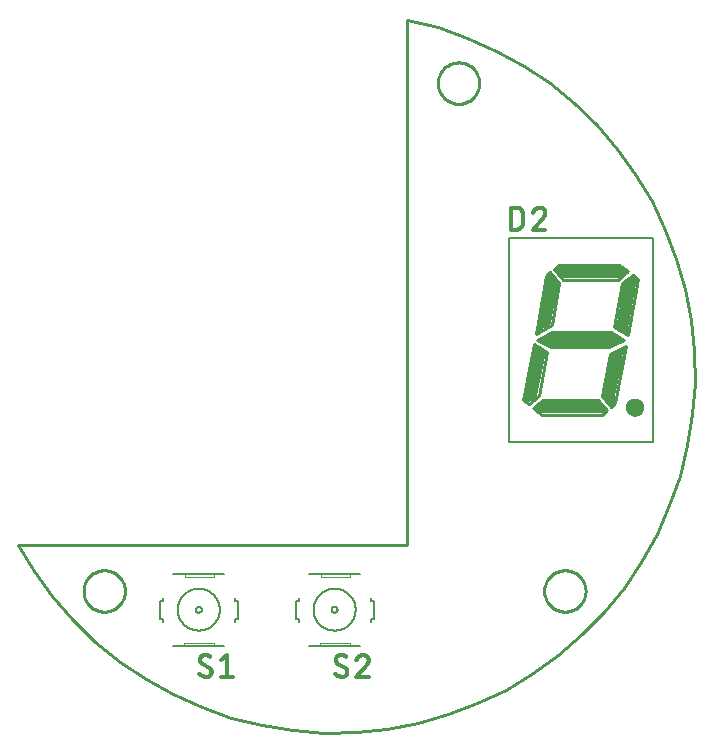
<source format=gbr>
G04 EAGLE Gerber RS-274X export*
G75*
%MOMM*%
%FSLAX34Y34*%
%LPD*%
%INSilkscreen Top*%
%IPPOS*%
%AMOC8*
5,1,8,0,0,1.08239X$1,22.5*%
G01*
%ADD10C,0.152400*%
%ADD11C,0.050800*%
%ADD12C,0.330200*%
%ADD13C,0.254000*%
%ADD14C,1.016000*%
%ADD15C,0.762000*%
%ADD16C,0.508000*%
%ADD17C,0.660400*%
%ADD18C,0.406400*%
%ADD19R,0.635000X0.508000*%
%ADD20R,0.508000X0.508000*%
%ADD21R,0.381000X0.508000*%
%ADD22R,0.381000X0.254000*%
%ADD23R,0.508000X0.254000*%
%ADD24C,0.254000*%


D10*
X176980Y121920D02*
X179520Y121920D01*
X176980Y121920D02*
X176980Y106680D01*
X179520Y106680D01*
X240480Y106680D02*
X243020Y106680D01*
X243020Y121920D01*
X240480Y121920D01*
D11*
X222700Y86360D02*
X222700Y83820D01*
X222700Y86360D02*
X197300Y86360D01*
X197300Y83820D01*
X198570Y142240D02*
X222700Y142240D01*
X198570Y142240D02*
X198570Y144780D01*
X222700Y144780D02*
X222700Y142240D01*
D10*
X222700Y144780D02*
X231590Y144780D01*
X197300Y83820D02*
X188410Y83820D01*
X197300Y83820D02*
X222700Y83820D01*
X231590Y83820D01*
X222700Y144780D02*
X198570Y144780D01*
X188410Y144780D01*
X179520Y124460D02*
X179520Y121920D01*
X179520Y106680D02*
X179520Y104140D01*
X240480Y121920D02*
X240480Y124460D01*
X240480Y106680D02*
X240480Y104140D01*
X192220Y114300D02*
X192225Y114736D01*
X192241Y115172D01*
X192268Y115608D01*
X192306Y116043D01*
X192354Y116476D01*
X192412Y116909D01*
X192482Y117340D01*
X192562Y117769D01*
X192652Y118196D01*
X192753Y118620D01*
X192864Y119042D01*
X192986Y119461D01*
X193117Y119877D01*
X193259Y120290D01*
X193411Y120699D01*
X193573Y121104D01*
X193745Y121505D01*
X193927Y121902D01*
X194118Y122294D01*
X194319Y122681D01*
X194530Y123064D01*
X194750Y123441D01*
X194979Y123812D01*
X195216Y124178D01*
X195463Y124538D01*
X195719Y124892D01*
X195983Y125239D01*
X196256Y125580D01*
X196537Y125913D01*
X196826Y126240D01*
X197123Y126560D01*
X197428Y126872D01*
X197740Y127177D01*
X198060Y127474D01*
X198387Y127763D01*
X198720Y128044D01*
X199061Y128317D01*
X199408Y128581D01*
X199762Y128837D01*
X200122Y129084D01*
X200488Y129321D01*
X200859Y129550D01*
X201236Y129770D01*
X201619Y129981D01*
X202006Y130182D01*
X202398Y130373D01*
X202795Y130555D01*
X203196Y130727D01*
X203601Y130889D01*
X204010Y131041D01*
X204423Y131183D01*
X204839Y131314D01*
X205258Y131436D01*
X205680Y131547D01*
X206104Y131648D01*
X206531Y131738D01*
X206960Y131818D01*
X207391Y131888D01*
X207824Y131946D01*
X208257Y131994D01*
X208692Y132032D01*
X209128Y132059D01*
X209564Y132075D01*
X210000Y132080D01*
X210436Y132075D01*
X210872Y132059D01*
X211308Y132032D01*
X211743Y131994D01*
X212176Y131946D01*
X212609Y131888D01*
X213040Y131818D01*
X213469Y131738D01*
X213896Y131648D01*
X214320Y131547D01*
X214742Y131436D01*
X215161Y131314D01*
X215577Y131183D01*
X215990Y131041D01*
X216399Y130889D01*
X216804Y130727D01*
X217205Y130555D01*
X217602Y130373D01*
X217994Y130182D01*
X218381Y129981D01*
X218764Y129770D01*
X219141Y129550D01*
X219512Y129321D01*
X219878Y129084D01*
X220238Y128837D01*
X220592Y128581D01*
X220939Y128317D01*
X221280Y128044D01*
X221613Y127763D01*
X221940Y127474D01*
X222260Y127177D01*
X222572Y126872D01*
X222877Y126560D01*
X223174Y126240D01*
X223463Y125913D01*
X223744Y125580D01*
X224017Y125239D01*
X224281Y124892D01*
X224537Y124538D01*
X224784Y124178D01*
X225021Y123812D01*
X225250Y123441D01*
X225470Y123064D01*
X225681Y122681D01*
X225882Y122294D01*
X226073Y121902D01*
X226255Y121505D01*
X226427Y121104D01*
X226589Y120699D01*
X226741Y120290D01*
X226883Y119877D01*
X227014Y119461D01*
X227136Y119042D01*
X227247Y118620D01*
X227348Y118196D01*
X227438Y117769D01*
X227518Y117340D01*
X227588Y116909D01*
X227646Y116476D01*
X227694Y116043D01*
X227732Y115608D01*
X227759Y115172D01*
X227775Y114736D01*
X227780Y114300D01*
X227775Y113864D01*
X227759Y113428D01*
X227732Y112992D01*
X227694Y112557D01*
X227646Y112124D01*
X227588Y111691D01*
X227518Y111260D01*
X227438Y110831D01*
X227348Y110404D01*
X227247Y109980D01*
X227136Y109558D01*
X227014Y109139D01*
X226883Y108723D01*
X226741Y108310D01*
X226589Y107901D01*
X226427Y107496D01*
X226255Y107095D01*
X226073Y106698D01*
X225882Y106306D01*
X225681Y105919D01*
X225470Y105536D01*
X225250Y105159D01*
X225021Y104788D01*
X224784Y104422D01*
X224537Y104062D01*
X224281Y103708D01*
X224017Y103361D01*
X223744Y103020D01*
X223463Y102687D01*
X223174Y102360D01*
X222877Y102040D01*
X222572Y101728D01*
X222260Y101423D01*
X221940Y101126D01*
X221613Y100837D01*
X221280Y100556D01*
X220939Y100283D01*
X220592Y100019D01*
X220238Y99763D01*
X219878Y99516D01*
X219512Y99279D01*
X219141Y99050D01*
X218764Y98830D01*
X218381Y98619D01*
X217994Y98418D01*
X217602Y98227D01*
X217205Y98045D01*
X216804Y97873D01*
X216399Y97711D01*
X215990Y97559D01*
X215577Y97417D01*
X215161Y97286D01*
X214742Y97164D01*
X214320Y97053D01*
X213896Y96952D01*
X213469Y96862D01*
X213040Y96782D01*
X212609Y96712D01*
X212176Y96654D01*
X211743Y96606D01*
X211308Y96568D01*
X210872Y96541D01*
X210436Y96525D01*
X210000Y96520D01*
X209564Y96525D01*
X209128Y96541D01*
X208692Y96568D01*
X208257Y96606D01*
X207824Y96654D01*
X207391Y96712D01*
X206960Y96782D01*
X206531Y96862D01*
X206104Y96952D01*
X205680Y97053D01*
X205258Y97164D01*
X204839Y97286D01*
X204423Y97417D01*
X204010Y97559D01*
X203601Y97711D01*
X203196Y97873D01*
X202795Y98045D01*
X202398Y98227D01*
X202006Y98418D01*
X201619Y98619D01*
X201236Y98830D01*
X200859Y99050D01*
X200488Y99279D01*
X200122Y99516D01*
X199762Y99763D01*
X199408Y100019D01*
X199061Y100283D01*
X198720Y100556D01*
X198387Y100837D01*
X198060Y101126D01*
X197740Y101423D01*
X197428Y101728D01*
X197123Y102040D01*
X196826Y102360D01*
X196537Y102687D01*
X196256Y103020D01*
X195983Y103361D01*
X195719Y103708D01*
X195463Y104062D01*
X195216Y104422D01*
X194979Y104788D01*
X194750Y105159D01*
X194530Y105536D01*
X194319Y105919D01*
X194118Y106306D01*
X193927Y106698D01*
X193745Y107095D01*
X193573Y107496D01*
X193411Y107901D01*
X193259Y108310D01*
X193117Y108723D01*
X192986Y109139D01*
X192864Y109558D01*
X192753Y109980D01*
X192652Y110404D01*
X192562Y110831D01*
X192482Y111260D01*
X192412Y111691D01*
X192354Y112124D01*
X192306Y112557D01*
X192268Y112992D01*
X192241Y113428D01*
X192225Y113864D01*
X192220Y114300D01*
X207460Y114300D02*
X207462Y114400D01*
X207468Y114501D01*
X207478Y114600D01*
X207492Y114700D01*
X207509Y114799D01*
X207531Y114897D01*
X207557Y114994D01*
X207586Y115090D01*
X207619Y115184D01*
X207656Y115278D01*
X207696Y115370D01*
X207740Y115460D01*
X207788Y115548D01*
X207839Y115635D01*
X207893Y115719D01*
X207951Y115801D01*
X208012Y115881D01*
X208076Y115958D01*
X208143Y116033D01*
X208213Y116105D01*
X208286Y116174D01*
X208361Y116240D01*
X208439Y116304D01*
X208519Y116364D01*
X208602Y116421D01*
X208687Y116474D01*
X208774Y116524D01*
X208863Y116571D01*
X208953Y116614D01*
X209045Y116654D01*
X209139Y116690D01*
X209234Y116722D01*
X209330Y116750D01*
X209428Y116775D01*
X209526Y116795D01*
X209625Y116812D01*
X209725Y116825D01*
X209824Y116834D01*
X209925Y116839D01*
X210025Y116840D01*
X210125Y116837D01*
X210226Y116830D01*
X210325Y116819D01*
X210425Y116804D01*
X210523Y116786D01*
X210621Y116763D01*
X210718Y116736D01*
X210813Y116706D01*
X210908Y116672D01*
X211001Y116634D01*
X211092Y116593D01*
X211182Y116548D01*
X211270Y116500D01*
X211356Y116448D01*
X211440Y116393D01*
X211521Y116334D01*
X211600Y116272D01*
X211677Y116208D01*
X211751Y116140D01*
X211822Y116069D01*
X211891Y115996D01*
X211956Y115920D01*
X212019Y115841D01*
X212078Y115760D01*
X212134Y115677D01*
X212187Y115592D01*
X212236Y115504D01*
X212282Y115415D01*
X212324Y115324D01*
X212363Y115231D01*
X212398Y115137D01*
X212429Y115042D01*
X212457Y114945D01*
X212480Y114848D01*
X212500Y114749D01*
X212516Y114650D01*
X212528Y114551D01*
X212536Y114450D01*
X212540Y114350D01*
X212540Y114250D01*
X212536Y114150D01*
X212528Y114049D01*
X212516Y113950D01*
X212500Y113851D01*
X212480Y113752D01*
X212457Y113655D01*
X212429Y113558D01*
X212398Y113463D01*
X212363Y113369D01*
X212324Y113276D01*
X212282Y113185D01*
X212236Y113096D01*
X212187Y113008D01*
X212134Y112923D01*
X212078Y112840D01*
X212019Y112759D01*
X211956Y112680D01*
X211891Y112604D01*
X211822Y112531D01*
X211751Y112460D01*
X211677Y112392D01*
X211600Y112328D01*
X211521Y112266D01*
X211440Y112207D01*
X211356Y112152D01*
X211270Y112100D01*
X211182Y112052D01*
X211092Y112007D01*
X211001Y111966D01*
X210908Y111928D01*
X210813Y111894D01*
X210718Y111864D01*
X210621Y111837D01*
X210523Y111814D01*
X210425Y111796D01*
X210325Y111781D01*
X210226Y111770D01*
X210125Y111763D01*
X210025Y111760D01*
X209925Y111761D01*
X209824Y111766D01*
X209725Y111775D01*
X209625Y111788D01*
X209526Y111805D01*
X209428Y111825D01*
X209330Y111850D01*
X209234Y111878D01*
X209139Y111910D01*
X209045Y111946D01*
X208953Y111986D01*
X208863Y112029D01*
X208774Y112076D01*
X208687Y112126D01*
X208602Y112179D01*
X208519Y112236D01*
X208439Y112296D01*
X208361Y112360D01*
X208286Y112426D01*
X208213Y112495D01*
X208143Y112567D01*
X208076Y112642D01*
X208012Y112719D01*
X207951Y112799D01*
X207893Y112881D01*
X207839Y112965D01*
X207788Y113052D01*
X207740Y113140D01*
X207696Y113230D01*
X207656Y113322D01*
X207619Y113416D01*
X207586Y113510D01*
X207557Y113606D01*
X207531Y113703D01*
X207509Y113801D01*
X207492Y113900D01*
X207478Y114000D01*
X207468Y114099D01*
X207462Y114200D01*
X207460Y114300D01*
D12*
X220908Y61397D02*
X220906Y61270D01*
X220900Y61143D01*
X220890Y61017D01*
X220877Y60891D01*
X220859Y60765D01*
X220838Y60640D01*
X220813Y60516D01*
X220784Y60392D01*
X220751Y60270D01*
X220714Y60148D01*
X220674Y60028D01*
X220630Y59909D01*
X220582Y59791D01*
X220531Y59675D01*
X220476Y59561D01*
X220418Y59448D01*
X220356Y59337D01*
X220291Y59228D01*
X220222Y59121D01*
X220151Y59017D01*
X220076Y58914D01*
X219998Y58814D01*
X219917Y58716D01*
X219833Y58621D01*
X219746Y58529D01*
X219656Y58439D01*
X219564Y58352D01*
X219469Y58268D01*
X219371Y58187D01*
X219271Y58109D01*
X219168Y58034D01*
X219064Y57963D01*
X218957Y57894D01*
X218848Y57829D01*
X218737Y57767D01*
X218624Y57709D01*
X218510Y57654D01*
X218394Y57603D01*
X218276Y57555D01*
X218157Y57511D01*
X218037Y57471D01*
X217915Y57434D01*
X217793Y57401D01*
X217669Y57372D01*
X217545Y57347D01*
X217420Y57326D01*
X217294Y57308D01*
X217168Y57295D01*
X217042Y57285D01*
X216915Y57279D01*
X216788Y57277D01*
X216580Y57279D01*
X216372Y57287D01*
X216164Y57299D01*
X215956Y57317D01*
X215749Y57339D01*
X215543Y57367D01*
X215337Y57399D01*
X215132Y57436D01*
X214928Y57478D01*
X214725Y57525D01*
X214523Y57577D01*
X214323Y57633D01*
X214124Y57695D01*
X213926Y57761D01*
X213730Y57832D01*
X213536Y57907D01*
X213344Y57987D01*
X213154Y58072D01*
X212966Y58161D01*
X212780Y58255D01*
X212596Y58353D01*
X212415Y58455D01*
X212236Y58562D01*
X212060Y58673D01*
X211886Y58788D01*
X211715Y58908D01*
X211548Y59031D01*
X211383Y59159D01*
X211221Y59290D01*
X211063Y59425D01*
X210907Y59564D01*
X210755Y59706D01*
X210607Y59852D01*
X211123Y71699D02*
X211125Y71826D01*
X211131Y71953D01*
X211141Y72079D01*
X211154Y72205D01*
X211172Y72331D01*
X211193Y72456D01*
X211218Y72580D01*
X211247Y72704D01*
X211280Y72826D01*
X211317Y72948D01*
X211357Y73068D01*
X211401Y73187D01*
X211449Y73305D01*
X211500Y73421D01*
X211555Y73535D01*
X211613Y73648D01*
X211675Y73759D01*
X211740Y73868D01*
X211809Y73975D01*
X211880Y74079D01*
X211955Y74182D01*
X212033Y74282D01*
X212114Y74380D01*
X212198Y74475D01*
X212285Y74567D01*
X212375Y74657D01*
X212467Y74744D01*
X212562Y74828D01*
X212660Y74909D01*
X212760Y74987D01*
X212863Y75062D01*
X212967Y75133D01*
X213074Y75202D01*
X213183Y75267D01*
X213294Y75329D01*
X213407Y75387D01*
X213521Y75442D01*
X213637Y75493D01*
X213755Y75541D01*
X213874Y75585D01*
X213994Y75625D01*
X214116Y75662D01*
X214238Y75695D01*
X214362Y75724D01*
X214486Y75749D01*
X214611Y75770D01*
X214737Y75788D01*
X214863Y75801D01*
X214989Y75811D01*
X215116Y75817D01*
X215243Y75819D01*
X215427Y75817D01*
X215611Y75810D01*
X215795Y75799D01*
X215978Y75784D01*
X216162Y75764D01*
X216344Y75740D01*
X216526Y75712D01*
X216707Y75679D01*
X216888Y75642D01*
X217067Y75601D01*
X217245Y75555D01*
X217423Y75505D01*
X217599Y75451D01*
X217773Y75393D01*
X217947Y75331D01*
X218118Y75264D01*
X218288Y75193D01*
X218457Y75119D01*
X218623Y75040D01*
X218788Y74958D01*
X218950Y74871D01*
X219111Y74781D01*
X219269Y74687D01*
X219425Y74589D01*
X219579Y74488D01*
X219730Y74383D01*
X219879Y74274D01*
X213182Y68093D02*
X213073Y68160D01*
X212966Y68230D01*
X212861Y68303D01*
X212759Y68379D01*
X212659Y68459D01*
X212561Y68541D01*
X212466Y68626D01*
X212373Y68714D01*
X212284Y68805D01*
X212197Y68899D01*
X212113Y68995D01*
X212031Y69094D01*
X211953Y69195D01*
X211879Y69299D01*
X211807Y69405D01*
X211739Y69513D01*
X211673Y69623D01*
X211612Y69735D01*
X211553Y69848D01*
X211499Y69964D01*
X211447Y70081D01*
X211400Y70199D01*
X211356Y70319D01*
X211316Y70441D01*
X211279Y70563D01*
X211246Y70687D01*
X211217Y70811D01*
X211192Y70936D01*
X211171Y71062D01*
X211153Y71189D01*
X211140Y71316D01*
X211130Y71444D01*
X211124Y71571D01*
X211122Y71699D01*
X218849Y65003D02*
X218958Y64936D01*
X219065Y64866D01*
X219170Y64793D01*
X219272Y64717D01*
X219372Y64637D01*
X219470Y64555D01*
X219565Y64470D01*
X219658Y64382D01*
X219747Y64291D01*
X219834Y64197D01*
X219918Y64101D01*
X220000Y64002D01*
X220078Y63901D01*
X220152Y63797D01*
X220224Y63691D01*
X220293Y63583D01*
X220358Y63473D01*
X220419Y63361D01*
X220478Y63248D01*
X220532Y63132D01*
X220584Y63015D01*
X220631Y62897D01*
X220675Y62777D01*
X220715Y62655D01*
X220752Y62533D01*
X220785Y62409D01*
X220814Y62285D01*
X220839Y62160D01*
X220860Y62034D01*
X220878Y61907D01*
X220891Y61780D01*
X220901Y61652D01*
X220907Y61525D01*
X220909Y61397D01*
X218848Y65003D02*
X213183Y68093D01*
X228528Y71699D02*
X233678Y75819D01*
X233678Y57277D01*
X228528Y57277D02*
X238829Y57277D01*
D10*
X594360Y256540D02*
X594360Y429260D01*
X472440Y429260D01*
X472440Y256540D01*
X594360Y256540D01*
D13*
X568706Y390398D02*
X577596Y397510D01*
X582168Y394208D01*
X561848Y353314D02*
X573278Y346964D01*
X582168Y394208D01*
X568706Y390398D02*
X561848Y353314D01*
X558800Y349250D02*
X570230Y342900D01*
X565150Y393700D02*
X573786Y400558D01*
X566166Y406400D01*
X570230Y342900D02*
X557530Y336550D01*
X558038Y330962D02*
X571500Y337820D01*
X562610Y288798D01*
X551434Y295402D02*
X558038Y330962D01*
X548132Y292100D02*
X555752Y282956D01*
X551688Y279400D01*
X559308Y286004D02*
X551434Y295402D01*
X559308Y286004D02*
X562610Y288798D01*
X508000Y336550D02*
X496570Y342900D01*
X501650Y292100D02*
X493014Y285242D01*
X500634Y279400D01*
X551688Y279400D01*
X548132Y292100D02*
X501650Y292100D01*
X508000Y336550D02*
X557530Y336550D01*
X509270Y349250D02*
X496570Y342900D01*
X509270Y349250D02*
X558800Y349250D01*
X518668Y393700D02*
X511048Y402844D01*
X515112Y406400D01*
X566166Y406400D01*
X565150Y393700D02*
X518668Y393700D01*
D14*
X500380Y285750D02*
X547370Y285750D01*
X557530Y295910D02*
X563880Y327660D01*
X560070Y342900D02*
X506730Y342900D01*
D15*
X558800Y290830D02*
X560070Y292100D01*
D14*
X568960Y356870D02*
X575310Y389890D01*
D16*
X577850Y393700D02*
X579120Y392430D01*
D17*
X565150Y355600D02*
X571500Y351790D01*
D14*
X566420Y400050D02*
X519430Y400050D01*
D18*
X516890Y405130D02*
X513080Y401320D01*
D13*
X498094Y295402D02*
X489204Y288290D01*
X484632Y291592D01*
X504952Y332486D02*
X493522Y338836D01*
X484632Y291592D01*
X498094Y295402D02*
X504952Y332486D01*
X495300Y347980D02*
X508762Y354838D01*
X495300Y347980D02*
X504190Y397002D01*
X515366Y390398D02*
X508762Y354838D01*
X515366Y390398D02*
X507492Y399796D01*
X504190Y397002D01*
D14*
X509270Y389890D02*
X502920Y358140D01*
D15*
X506730Y393700D02*
X508000Y394970D01*
D14*
X497840Y328930D02*
X491490Y295910D01*
D16*
X488950Y292100D02*
X487680Y293370D01*
D17*
X501650Y330200D02*
X495300Y334010D01*
D15*
X575310Y285750D02*
X575312Y285873D01*
X575318Y285997D01*
X575328Y286120D01*
X575342Y286242D01*
X575360Y286364D01*
X575382Y286486D01*
X575407Y286606D01*
X575437Y286726D01*
X575471Y286845D01*
X575508Y286963D01*
X575549Y287079D01*
X575594Y287194D01*
X575643Y287307D01*
X575695Y287419D01*
X575751Y287529D01*
X575810Y287637D01*
X575873Y287743D01*
X575939Y287847D01*
X576009Y287949D01*
X576082Y288049D01*
X576158Y288146D01*
X576237Y288241D01*
X576319Y288333D01*
X576404Y288422D01*
X576492Y288509D01*
X576583Y288592D01*
X576676Y288673D01*
X576772Y288751D01*
X576871Y288825D01*
X576971Y288896D01*
X577074Y288964D01*
X577179Y289029D01*
X577287Y289090D01*
X577396Y289148D01*
X577507Y289202D01*
X577619Y289252D01*
X577734Y289299D01*
X577849Y289342D01*
X577966Y289381D01*
X578084Y289417D01*
X578204Y289448D01*
X578324Y289476D01*
X578445Y289500D01*
X578567Y289520D01*
X578689Y289536D01*
X578812Y289548D01*
X578935Y289556D01*
X579058Y289560D01*
X579182Y289560D01*
X579305Y289556D01*
X579428Y289548D01*
X579551Y289536D01*
X579673Y289520D01*
X579795Y289500D01*
X579916Y289476D01*
X580036Y289448D01*
X580156Y289417D01*
X580274Y289381D01*
X580391Y289342D01*
X580506Y289299D01*
X580621Y289252D01*
X580733Y289202D01*
X580844Y289148D01*
X580953Y289090D01*
X581061Y289029D01*
X581166Y288964D01*
X581269Y288896D01*
X581369Y288825D01*
X581468Y288751D01*
X581564Y288673D01*
X581657Y288592D01*
X581748Y288509D01*
X581836Y288422D01*
X581921Y288333D01*
X582003Y288241D01*
X582082Y288146D01*
X582158Y288049D01*
X582231Y287949D01*
X582301Y287847D01*
X582367Y287743D01*
X582430Y287637D01*
X582489Y287529D01*
X582545Y287419D01*
X582597Y287307D01*
X582646Y287194D01*
X582691Y287079D01*
X582732Y286963D01*
X582769Y286845D01*
X582803Y286726D01*
X582833Y286606D01*
X582858Y286486D01*
X582880Y286364D01*
X582898Y286242D01*
X582912Y286120D01*
X582922Y285997D01*
X582928Y285873D01*
X582930Y285750D01*
X582928Y285627D01*
X582922Y285503D01*
X582912Y285380D01*
X582898Y285258D01*
X582880Y285136D01*
X582858Y285014D01*
X582833Y284894D01*
X582803Y284774D01*
X582769Y284655D01*
X582732Y284537D01*
X582691Y284421D01*
X582646Y284306D01*
X582597Y284193D01*
X582545Y284081D01*
X582489Y283971D01*
X582430Y283863D01*
X582367Y283757D01*
X582301Y283653D01*
X582231Y283551D01*
X582158Y283451D01*
X582082Y283354D01*
X582003Y283259D01*
X581921Y283167D01*
X581836Y283078D01*
X581748Y282991D01*
X581657Y282908D01*
X581564Y282827D01*
X581468Y282749D01*
X581369Y282675D01*
X581269Y282604D01*
X581166Y282536D01*
X581061Y282471D01*
X580953Y282410D01*
X580844Y282352D01*
X580733Y282298D01*
X580621Y282248D01*
X580506Y282201D01*
X580391Y282158D01*
X580274Y282119D01*
X580156Y282083D01*
X580036Y282052D01*
X579916Y282024D01*
X579795Y282000D01*
X579673Y281980D01*
X579551Y281964D01*
X579428Y281952D01*
X579305Y281944D01*
X579182Y281940D01*
X579058Y281940D01*
X578935Y281944D01*
X578812Y281952D01*
X578689Y281964D01*
X578567Y281980D01*
X578445Y282000D01*
X578324Y282024D01*
X578204Y282052D01*
X578084Y282083D01*
X577966Y282119D01*
X577849Y282158D01*
X577734Y282201D01*
X577619Y282248D01*
X577507Y282298D01*
X577396Y282352D01*
X577287Y282410D01*
X577179Y282471D01*
X577074Y282536D01*
X576971Y282604D01*
X576871Y282675D01*
X576772Y282749D01*
X576676Y282827D01*
X576583Y282908D01*
X576492Y282991D01*
X576404Y283078D01*
X576319Y283167D01*
X576237Y283259D01*
X576158Y283354D01*
X576082Y283451D01*
X576009Y283551D01*
X575939Y283653D01*
X575873Y283757D01*
X575810Y283863D01*
X575751Y283971D01*
X575695Y284081D01*
X575643Y284193D01*
X575594Y284306D01*
X575549Y284421D01*
X575508Y284537D01*
X575471Y284655D01*
X575437Y284774D01*
X575407Y284894D01*
X575382Y285014D01*
X575360Y285136D01*
X575342Y285258D01*
X575328Y285380D01*
X575318Y285503D01*
X575312Y285627D01*
X575310Y285750D01*
D19*
X551815Y283210D03*
D20*
X567690Y332740D03*
D21*
X565785Y342900D03*
D22*
X501015Y342900D03*
D20*
X499110Y353060D03*
D23*
X579120Y285750D03*
D12*
X474091Y435991D02*
X474091Y454533D01*
X479242Y454533D01*
X479384Y454531D01*
X479526Y454525D01*
X479667Y454515D01*
X479809Y454502D01*
X479950Y454484D01*
X480090Y454463D01*
X480230Y454437D01*
X480368Y454408D01*
X480506Y454375D01*
X480644Y454339D01*
X480780Y454298D01*
X480915Y454254D01*
X481048Y454206D01*
X481180Y454154D01*
X481311Y454099D01*
X481440Y454040D01*
X481568Y453978D01*
X481694Y453912D01*
X481818Y453843D01*
X481939Y453770D01*
X482059Y453694D01*
X482177Y453615D01*
X482293Y453532D01*
X482406Y453447D01*
X482517Y453358D01*
X482625Y453266D01*
X482731Y453172D01*
X482834Y453074D01*
X482934Y452974D01*
X483032Y452871D01*
X483126Y452765D01*
X483218Y452657D01*
X483307Y452546D01*
X483392Y452433D01*
X483475Y452317D01*
X483554Y452199D01*
X483630Y452079D01*
X483703Y451958D01*
X483772Y451834D01*
X483838Y451708D01*
X483900Y451580D01*
X483959Y451451D01*
X484014Y451320D01*
X484066Y451188D01*
X484114Y451055D01*
X484158Y450920D01*
X484199Y450784D01*
X484235Y450646D01*
X484268Y450508D01*
X484297Y450370D01*
X484323Y450230D01*
X484344Y450090D01*
X484362Y449949D01*
X484375Y449807D01*
X484385Y449666D01*
X484391Y449524D01*
X484393Y449382D01*
X484392Y449382D02*
X484392Y441142D01*
X484393Y441142D02*
X484391Y441000D01*
X484385Y440858D01*
X484375Y440717D01*
X484362Y440575D01*
X484344Y440434D01*
X484323Y440294D01*
X484297Y440154D01*
X484268Y440016D01*
X484235Y439877D01*
X484199Y439740D01*
X484158Y439604D01*
X484114Y439469D01*
X484066Y439336D01*
X484014Y439204D01*
X483959Y439073D01*
X483900Y438944D01*
X483838Y438816D01*
X483772Y438690D01*
X483703Y438566D01*
X483630Y438445D01*
X483554Y438325D01*
X483475Y438207D01*
X483392Y438091D01*
X483307Y437978D01*
X483218Y437867D01*
X483126Y437759D01*
X483032Y437653D01*
X482934Y437550D01*
X482834Y437450D01*
X482731Y437352D01*
X482625Y437258D01*
X482517Y437166D01*
X482406Y437077D01*
X482293Y436991D01*
X482177Y436909D01*
X482059Y436830D01*
X481939Y436754D01*
X481817Y436681D01*
X481694Y436612D01*
X481568Y436546D01*
X481440Y436484D01*
X481311Y436425D01*
X481180Y436370D01*
X481048Y436318D01*
X480915Y436270D01*
X480780Y436226D01*
X480644Y436185D01*
X480506Y436149D01*
X480368Y436116D01*
X480229Y436087D01*
X480090Y436061D01*
X479949Y436040D01*
X479809Y436022D01*
X479667Y436009D01*
X479526Y435999D01*
X479384Y435993D01*
X479242Y435991D01*
X474091Y435991D01*
X498913Y454534D02*
X499048Y454532D01*
X499183Y454526D01*
X499317Y454516D01*
X499451Y454503D01*
X499585Y454485D01*
X499718Y454464D01*
X499850Y454438D01*
X499982Y454409D01*
X500113Y454376D01*
X500243Y454339D01*
X500371Y454299D01*
X500499Y454254D01*
X500625Y454206D01*
X500749Y454155D01*
X500872Y454100D01*
X500994Y454041D01*
X501113Y453979D01*
X501231Y453913D01*
X501347Y453844D01*
X501461Y453771D01*
X501572Y453696D01*
X501681Y453617D01*
X501788Y453535D01*
X501893Y453449D01*
X501995Y453361D01*
X502094Y453270D01*
X502191Y453176D01*
X502285Y453079D01*
X502376Y452980D01*
X502464Y452878D01*
X502550Y452773D01*
X502632Y452666D01*
X502711Y452557D01*
X502786Y452446D01*
X502859Y452332D01*
X502928Y452216D01*
X502994Y452098D01*
X503056Y451979D01*
X503115Y451857D01*
X503170Y451734D01*
X503221Y451610D01*
X503269Y451484D01*
X503314Y451356D01*
X503354Y451228D01*
X503391Y451098D01*
X503424Y450967D01*
X503453Y450835D01*
X503479Y450703D01*
X503500Y450570D01*
X503518Y450436D01*
X503531Y450302D01*
X503541Y450168D01*
X503547Y450033D01*
X503549Y449898D01*
X498913Y454533D02*
X498760Y454531D01*
X498607Y454525D01*
X498455Y454515D01*
X498303Y454502D01*
X498151Y454484D01*
X498000Y454463D01*
X497849Y454437D01*
X497699Y454408D01*
X497550Y454375D01*
X497401Y454338D01*
X497254Y454297D01*
X497108Y454253D01*
X496963Y454205D01*
X496819Y454153D01*
X496677Y454097D01*
X496536Y454038D01*
X496396Y453975D01*
X496259Y453909D01*
X496123Y453839D01*
X495989Y453766D01*
X495857Y453689D01*
X495726Y453609D01*
X495598Y453525D01*
X495473Y453439D01*
X495349Y453349D01*
X495228Y453256D01*
X495109Y453160D01*
X494993Y453060D01*
X494879Y452958D01*
X494768Y452853D01*
X494659Y452746D01*
X494554Y452635D01*
X494451Y452522D01*
X494351Y452406D01*
X494255Y452288D01*
X494161Y452167D01*
X494070Y452044D01*
X493983Y451918D01*
X493899Y451791D01*
X493818Y451661D01*
X493741Y451529D01*
X493667Y451396D01*
X493596Y451260D01*
X493529Y451123D01*
X493466Y450984D01*
X493406Y450843D01*
X493349Y450701D01*
X493297Y450558D01*
X493248Y450413D01*
X502003Y446293D02*
X502102Y446390D01*
X502199Y446490D01*
X502292Y446593D01*
X502383Y446698D01*
X502471Y446806D01*
X502556Y446916D01*
X502638Y447028D01*
X502716Y447143D01*
X502792Y447260D01*
X502864Y447379D01*
X502932Y447500D01*
X502997Y447622D01*
X503059Y447747D01*
X503118Y447873D01*
X503172Y448001D01*
X503224Y448130D01*
X503271Y448261D01*
X503315Y448393D01*
X503355Y448526D01*
X503392Y448660D01*
X503424Y448795D01*
X503453Y448931D01*
X503478Y449068D01*
X503500Y449205D01*
X503517Y449343D01*
X503531Y449481D01*
X503540Y449620D01*
X503546Y449759D01*
X503548Y449898D01*
X502003Y446292D02*
X493247Y435991D01*
X503548Y435991D01*
D10*
X294520Y121920D02*
X291980Y121920D01*
X291980Y106680D01*
X294520Y106680D01*
X355480Y106680D02*
X358020Y106680D01*
X358020Y121920D01*
X355480Y121920D01*
D11*
X337700Y86360D02*
X337700Y83820D01*
X337700Y86360D02*
X312300Y86360D01*
X312300Y83820D01*
X313570Y142240D02*
X337700Y142240D01*
X313570Y142240D02*
X313570Y144780D01*
X337700Y144780D02*
X337700Y142240D01*
D10*
X337700Y144780D02*
X346590Y144780D01*
X312300Y83820D02*
X303410Y83820D01*
X312300Y83820D02*
X337700Y83820D01*
X346590Y83820D01*
X337700Y144780D02*
X313570Y144780D01*
X303410Y144780D01*
X294520Y124460D02*
X294520Y121920D01*
X294520Y106680D02*
X294520Y104140D01*
X355480Y121920D02*
X355480Y124460D01*
X355480Y106680D02*
X355480Y104140D01*
X307220Y114300D02*
X307225Y114736D01*
X307241Y115172D01*
X307268Y115608D01*
X307306Y116043D01*
X307354Y116476D01*
X307412Y116909D01*
X307482Y117340D01*
X307562Y117769D01*
X307652Y118196D01*
X307753Y118620D01*
X307864Y119042D01*
X307986Y119461D01*
X308117Y119877D01*
X308259Y120290D01*
X308411Y120699D01*
X308573Y121104D01*
X308745Y121505D01*
X308927Y121902D01*
X309118Y122294D01*
X309319Y122681D01*
X309530Y123064D01*
X309750Y123441D01*
X309979Y123812D01*
X310216Y124178D01*
X310463Y124538D01*
X310719Y124892D01*
X310983Y125239D01*
X311256Y125580D01*
X311537Y125913D01*
X311826Y126240D01*
X312123Y126560D01*
X312428Y126872D01*
X312740Y127177D01*
X313060Y127474D01*
X313387Y127763D01*
X313720Y128044D01*
X314061Y128317D01*
X314408Y128581D01*
X314762Y128837D01*
X315122Y129084D01*
X315488Y129321D01*
X315859Y129550D01*
X316236Y129770D01*
X316619Y129981D01*
X317006Y130182D01*
X317398Y130373D01*
X317795Y130555D01*
X318196Y130727D01*
X318601Y130889D01*
X319010Y131041D01*
X319423Y131183D01*
X319839Y131314D01*
X320258Y131436D01*
X320680Y131547D01*
X321104Y131648D01*
X321531Y131738D01*
X321960Y131818D01*
X322391Y131888D01*
X322824Y131946D01*
X323257Y131994D01*
X323692Y132032D01*
X324128Y132059D01*
X324564Y132075D01*
X325000Y132080D01*
X325436Y132075D01*
X325872Y132059D01*
X326308Y132032D01*
X326743Y131994D01*
X327176Y131946D01*
X327609Y131888D01*
X328040Y131818D01*
X328469Y131738D01*
X328896Y131648D01*
X329320Y131547D01*
X329742Y131436D01*
X330161Y131314D01*
X330577Y131183D01*
X330990Y131041D01*
X331399Y130889D01*
X331804Y130727D01*
X332205Y130555D01*
X332602Y130373D01*
X332994Y130182D01*
X333381Y129981D01*
X333764Y129770D01*
X334141Y129550D01*
X334512Y129321D01*
X334878Y129084D01*
X335238Y128837D01*
X335592Y128581D01*
X335939Y128317D01*
X336280Y128044D01*
X336613Y127763D01*
X336940Y127474D01*
X337260Y127177D01*
X337572Y126872D01*
X337877Y126560D01*
X338174Y126240D01*
X338463Y125913D01*
X338744Y125580D01*
X339017Y125239D01*
X339281Y124892D01*
X339537Y124538D01*
X339784Y124178D01*
X340021Y123812D01*
X340250Y123441D01*
X340470Y123064D01*
X340681Y122681D01*
X340882Y122294D01*
X341073Y121902D01*
X341255Y121505D01*
X341427Y121104D01*
X341589Y120699D01*
X341741Y120290D01*
X341883Y119877D01*
X342014Y119461D01*
X342136Y119042D01*
X342247Y118620D01*
X342348Y118196D01*
X342438Y117769D01*
X342518Y117340D01*
X342588Y116909D01*
X342646Y116476D01*
X342694Y116043D01*
X342732Y115608D01*
X342759Y115172D01*
X342775Y114736D01*
X342780Y114300D01*
X342775Y113864D01*
X342759Y113428D01*
X342732Y112992D01*
X342694Y112557D01*
X342646Y112124D01*
X342588Y111691D01*
X342518Y111260D01*
X342438Y110831D01*
X342348Y110404D01*
X342247Y109980D01*
X342136Y109558D01*
X342014Y109139D01*
X341883Y108723D01*
X341741Y108310D01*
X341589Y107901D01*
X341427Y107496D01*
X341255Y107095D01*
X341073Y106698D01*
X340882Y106306D01*
X340681Y105919D01*
X340470Y105536D01*
X340250Y105159D01*
X340021Y104788D01*
X339784Y104422D01*
X339537Y104062D01*
X339281Y103708D01*
X339017Y103361D01*
X338744Y103020D01*
X338463Y102687D01*
X338174Y102360D01*
X337877Y102040D01*
X337572Y101728D01*
X337260Y101423D01*
X336940Y101126D01*
X336613Y100837D01*
X336280Y100556D01*
X335939Y100283D01*
X335592Y100019D01*
X335238Y99763D01*
X334878Y99516D01*
X334512Y99279D01*
X334141Y99050D01*
X333764Y98830D01*
X333381Y98619D01*
X332994Y98418D01*
X332602Y98227D01*
X332205Y98045D01*
X331804Y97873D01*
X331399Y97711D01*
X330990Y97559D01*
X330577Y97417D01*
X330161Y97286D01*
X329742Y97164D01*
X329320Y97053D01*
X328896Y96952D01*
X328469Y96862D01*
X328040Y96782D01*
X327609Y96712D01*
X327176Y96654D01*
X326743Y96606D01*
X326308Y96568D01*
X325872Y96541D01*
X325436Y96525D01*
X325000Y96520D01*
X324564Y96525D01*
X324128Y96541D01*
X323692Y96568D01*
X323257Y96606D01*
X322824Y96654D01*
X322391Y96712D01*
X321960Y96782D01*
X321531Y96862D01*
X321104Y96952D01*
X320680Y97053D01*
X320258Y97164D01*
X319839Y97286D01*
X319423Y97417D01*
X319010Y97559D01*
X318601Y97711D01*
X318196Y97873D01*
X317795Y98045D01*
X317398Y98227D01*
X317006Y98418D01*
X316619Y98619D01*
X316236Y98830D01*
X315859Y99050D01*
X315488Y99279D01*
X315122Y99516D01*
X314762Y99763D01*
X314408Y100019D01*
X314061Y100283D01*
X313720Y100556D01*
X313387Y100837D01*
X313060Y101126D01*
X312740Y101423D01*
X312428Y101728D01*
X312123Y102040D01*
X311826Y102360D01*
X311537Y102687D01*
X311256Y103020D01*
X310983Y103361D01*
X310719Y103708D01*
X310463Y104062D01*
X310216Y104422D01*
X309979Y104788D01*
X309750Y105159D01*
X309530Y105536D01*
X309319Y105919D01*
X309118Y106306D01*
X308927Y106698D01*
X308745Y107095D01*
X308573Y107496D01*
X308411Y107901D01*
X308259Y108310D01*
X308117Y108723D01*
X307986Y109139D01*
X307864Y109558D01*
X307753Y109980D01*
X307652Y110404D01*
X307562Y110831D01*
X307482Y111260D01*
X307412Y111691D01*
X307354Y112124D01*
X307306Y112557D01*
X307268Y112992D01*
X307241Y113428D01*
X307225Y113864D01*
X307220Y114300D01*
X322460Y114300D02*
X322462Y114400D01*
X322468Y114501D01*
X322478Y114600D01*
X322492Y114700D01*
X322509Y114799D01*
X322531Y114897D01*
X322557Y114994D01*
X322586Y115090D01*
X322619Y115184D01*
X322656Y115278D01*
X322696Y115370D01*
X322740Y115460D01*
X322788Y115548D01*
X322839Y115635D01*
X322893Y115719D01*
X322951Y115801D01*
X323012Y115881D01*
X323076Y115958D01*
X323143Y116033D01*
X323213Y116105D01*
X323286Y116174D01*
X323361Y116240D01*
X323439Y116304D01*
X323519Y116364D01*
X323602Y116421D01*
X323687Y116474D01*
X323774Y116524D01*
X323863Y116571D01*
X323953Y116614D01*
X324045Y116654D01*
X324139Y116690D01*
X324234Y116722D01*
X324330Y116750D01*
X324428Y116775D01*
X324526Y116795D01*
X324625Y116812D01*
X324725Y116825D01*
X324824Y116834D01*
X324925Y116839D01*
X325025Y116840D01*
X325125Y116837D01*
X325226Y116830D01*
X325325Y116819D01*
X325425Y116804D01*
X325523Y116786D01*
X325621Y116763D01*
X325718Y116736D01*
X325813Y116706D01*
X325908Y116672D01*
X326001Y116634D01*
X326092Y116593D01*
X326182Y116548D01*
X326270Y116500D01*
X326356Y116448D01*
X326440Y116393D01*
X326521Y116334D01*
X326600Y116272D01*
X326677Y116208D01*
X326751Y116140D01*
X326822Y116069D01*
X326891Y115996D01*
X326956Y115920D01*
X327019Y115841D01*
X327078Y115760D01*
X327134Y115677D01*
X327187Y115592D01*
X327236Y115504D01*
X327282Y115415D01*
X327324Y115324D01*
X327363Y115231D01*
X327398Y115137D01*
X327429Y115042D01*
X327457Y114945D01*
X327480Y114848D01*
X327500Y114749D01*
X327516Y114650D01*
X327528Y114551D01*
X327536Y114450D01*
X327540Y114350D01*
X327540Y114250D01*
X327536Y114150D01*
X327528Y114049D01*
X327516Y113950D01*
X327500Y113851D01*
X327480Y113752D01*
X327457Y113655D01*
X327429Y113558D01*
X327398Y113463D01*
X327363Y113369D01*
X327324Y113276D01*
X327282Y113185D01*
X327236Y113096D01*
X327187Y113008D01*
X327134Y112923D01*
X327078Y112840D01*
X327019Y112759D01*
X326956Y112680D01*
X326891Y112604D01*
X326822Y112531D01*
X326751Y112460D01*
X326677Y112392D01*
X326600Y112328D01*
X326521Y112266D01*
X326440Y112207D01*
X326356Y112152D01*
X326270Y112100D01*
X326182Y112052D01*
X326092Y112007D01*
X326001Y111966D01*
X325908Y111928D01*
X325813Y111894D01*
X325718Y111864D01*
X325621Y111837D01*
X325523Y111814D01*
X325425Y111796D01*
X325325Y111781D01*
X325226Y111770D01*
X325125Y111763D01*
X325025Y111760D01*
X324925Y111761D01*
X324824Y111766D01*
X324725Y111775D01*
X324625Y111788D01*
X324526Y111805D01*
X324428Y111825D01*
X324330Y111850D01*
X324234Y111878D01*
X324139Y111910D01*
X324045Y111946D01*
X323953Y111986D01*
X323863Y112029D01*
X323774Y112076D01*
X323687Y112126D01*
X323602Y112179D01*
X323519Y112236D01*
X323439Y112296D01*
X323361Y112360D01*
X323286Y112426D01*
X323213Y112495D01*
X323143Y112567D01*
X323076Y112642D01*
X323012Y112719D01*
X322951Y112799D01*
X322893Y112881D01*
X322839Y112965D01*
X322788Y113052D01*
X322740Y113140D01*
X322696Y113230D01*
X322656Y113322D01*
X322619Y113416D01*
X322586Y113510D01*
X322557Y113606D01*
X322531Y113703D01*
X322509Y113801D01*
X322492Y113900D01*
X322478Y114000D01*
X322468Y114099D01*
X322462Y114200D01*
X322460Y114300D01*
D12*
X335908Y61397D02*
X335906Y61270D01*
X335900Y61143D01*
X335890Y61017D01*
X335877Y60891D01*
X335859Y60765D01*
X335838Y60640D01*
X335813Y60516D01*
X335784Y60392D01*
X335751Y60270D01*
X335714Y60148D01*
X335674Y60028D01*
X335630Y59909D01*
X335582Y59791D01*
X335531Y59675D01*
X335476Y59561D01*
X335418Y59448D01*
X335356Y59337D01*
X335291Y59228D01*
X335222Y59121D01*
X335151Y59017D01*
X335076Y58914D01*
X334998Y58814D01*
X334917Y58716D01*
X334833Y58621D01*
X334746Y58529D01*
X334656Y58439D01*
X334564Y58352D01*
X334469Y58268D01*
X334371Y58187D01*
X334271Y58109D01*
X334168Y58034D01*
X334064Y57963D01*
X333957Y57894D01*
X333848Y57829D01*
X333737Y57767D01*
X333624Y57709D01*
X333510Y57654D01*
X333394Y57603D01*
X333276Y57555D01*
X333157Y57511D01*
X333037Y57471D01*
X332915Y57434D01*
X332793Y57401D01*
X332669Y57372D01*
X332545Y57347D01*
X332420Y57326D01*
X332294Y57308D01*
X332168Y57295D01*
X332042Y57285D01*
X331915Y57279D01*
X331788Y57277D01*
X331580Y57279D01*
X331372Y57287D01*
X331164Y57299D01*
X330956Y57317D01*
X330749Y57339D01*
X330543Y57367D01*
X330337Y57399D01*
X330132Y57436D01*
X329928Y57478D01*
X329725Y57525D01*
X329523Y57577D01*
X329323Y57633D01*
X329124Y57695D01*
X328926Y57761D01*
X328730Y57832D01*
X328536Y57907D01*
X328344Y57987D01*
X328154Y58072D01*
X327966Y58161D01*
X327780Y58255D01*
X327596Y58353D01*
X327415Y58455D01*
X327236Y58562D01*
X327060Y58673D01*
X326886Y58788D01*
X326715Y58908D01*
X326548Y59031D01*
X326383Y59159D01*
X326221Y59290D01*
X326063Y59425D01*
X325907Y59564D01*
X325755Y59706D01*
X325607Y59852D01*
X326123Y71699D02*
X326125Y71826D01*
X326131Y71953D01*
X326141Y72079D01*
X326154Y72205D01*
X326172Y72331D01*
X326193Y72456D01*
X326218Y72580D01*
X326247Y72704D01*
X326280Y72826D01*
X326317Y72948D01*
X326357Y73068D01*
X326401Y73187D01*
X326449Y73305D01*
X326500Y73421D01*
X326555Y73535D01*
X326613Y73648D01*
X326675Y73759D01*
X326740Y73868D01*
X326809Y73975D01*
X326880Y74079D01*
X326955Y74182D01*
X327033Y74282D01*
X327114Y74380D01*
X327198Y74475D01*
X327285Y74567D01*
X327375Y74657D01*
X327467Y74744D01*
X327562Y74828D01*
X327660Y74909D01*
X327760Y74987D01*
X327863Y75062D01*
X327967Y75133D01*
X328074Y75202D01*
X328183Y75267D01*
X328294Y75329D01*
X328407Y75387D01*
X328521Y75442D01*
X328637Y75493D01*
X328755Y75541D01*
X328874Y75585D01*
X328994Y75625D01*
X329116Y75662D01*
X329238Y75695D01*
X329362Y75724D01*
X329486Y75749D01*
X329611Y75770D01*
X329737Y75788D01*
X329863Y75801D01*
X329989Y75811D01*
X330116Y75817D01*
X330243Y75819D01*
X330427Y75817D01*
X330611Y75810D01*
X330795Y75799D01*
X330978Y75784D01*
X331162Y75764D01*
X331344Y75740D01*
X331526Y75712D01*
X331707Y75679D01*
X331888Y75642D01*
X332067Y75601D01*
X332245Y75555D01*
X332423Y75505D01*
X332599Y75451D01*
X332773Y75393D01*
X332947Y75331D01*
X333118Y75264D01*
X333288Y75193D01*
X333457Y75119D01*
X333623Y75040D01*
X333788Y74958D01*
X333950Y74871D01*
X334111Y74781D01*
X334269Y74687D01*
X334425Y74589D01*
X334579Y74488D01*
X334730Y74383D01*
X334879Y74274D01*
X328182Y68093D02*
X328073Y68160D01*
X327966Y68230D01*
X327861Y68303D01*
X327759Y68379D01*
X327659Y68459D01*
X327561Y68541D01*
X327466Y68626D01*
X327373Y68714D01*
X327284Y68805D01*
X327197Y68899D01*
X327113Y68995D01*
X327031Y69094D01*
X326953Y69195D01*
X326879Y69299D01*
X326807Y69405D01*
X326739Y69513D01*
X326673Y69623D01*
X326612Y69735D01*
X326553Y69848D01*
X326499Y69964D01*
X326447Y70081D01*
X326400Y70199D01*
X326356Y70319D01*
X326316Y70441D01*
X326279Y70563D01*
X326246Y70687D01*
X326217Y70811D01*
X326192Y70936D01*
X326171Y71062D01*
X326153Y71189D01*
X326140Y71316D01*
X326130Y71444D01*
X326124Y71571D01*
X326122Y71699D01*
X333849Y65003D02*
X333958Y64936D01*
X334065Y64866D01*
X334170Y64793D01*
X334272Y64717D01*
X334372Y64637D01*
X334470Y64555D01*
X334565Y64470D01*
X334658Y64382D01*
X334747Y64291D01*
X334834Y64197D01*
X334918Y64101D01*
X335000Y64002D01*
X335078Y63901D01*
X335152Y63797D01*
X335224Y63691D01*
X335293Y63583D01*
X335358Y63473D01*
X335419Y63361D01*
X335478Y63248D01*
X335532Y63132D01*
X335584Y63015D01*
X335631Y62897D01*
X335675Y62777D01*
X335715Y62655D01*
X335752Y62533D01*
X335785Y62409D01*
X335814Y62285D01*
X335839Y62160D01*
X335860Y62034D01*
X335878Y61907D01*
X335891Y61780D01*
X335901Y61652D01*
X335907Y61525D01*
X335909Y61397D01*
X333848Y65003D02*
X328183Y68093D01*
X349194Y75820D02*
X349329Y75818D01*
X349464Y75812D01*
X349598Y75802D01*
X349732Y75789D01*
X349866Y75771D01*
X349999Y75750D01*
X350131Y75724D01*
X350263Y75695D01*
X350394Y75662D01*
X350524Y75625D01*
X350652Y75585D01*
X350780Y75540D01*
X350906Y75492D01*
X351030Y75441D01*
X351153Y75386D01*
X351275Y75327D01*
X351394Y75265D01*
X351512Y75199D01*
X351628Y75130D01*
X351742Y75057D01*
X351853Y74982D01*
X351962Y74903D01*
X352069Y74821D01*
X352174Y74735D01*
X352276Y74647D01*
X352375Y74556D01*
X352472Y74462D01*
X352566Y74365D01*
X352657Y74266D01*
X352745Y74164D01*
X352831Y74059D01*
X352913Y73952D01*
X352992Y73843D01*
X353067Y73732D01*
X353140Y73618D01*
X353209Y73502D01*
X353275Y73384D01*
X353337Y73265D01*
X353396Y73143D01*
X353451Y73020D01*
X353502Y72896D01*
X353550Y72770D01*
X353595Y72642D01*
X353635Y72514D01*
X353672Y72384D01*
X353705Y72253D01*
X353734Y72121D01*
X353760Y71989D01*
X353781Y71856D01*
X353799Y71722D01*
X353812Y71588D01*
X353822Y71454D01*
X353828Y71319D01*
X353830Y71184D01*
X349194Y75819D02*
X349041Y75817D01*
X348888Y75811D01*
X348736Y75801D01*
X348584Y75788D01*
X348432Y75770D01*
X348281Y75749D01*
X348130Y75723D01*
X347980Y75694D01*
X347831Y75661D01*
X347682Y75624D01*
X347535Y75583D01*
X347389Y75539D01*
X347244Y75491D01*
X347100Y75439D01*
X346958Y75383D01*
X346817Y75324D01*
X346677Y75261D01*
X346540Y75195D01*
X346404Y75125D01*
X346270Y75052D01*
X346138Y74975D01*
X346007Y74895D01*
X345879Y74811D01*
X345754Y74725D01*
X345630Y74635D01*
X345509Y74542D01*
X345390Y74446D01*
X345274Y74346D01*
X345160Y74244D01*
X345049Y74139D01*
X344940Y74032D01*
X344835Y73921D01*
X344732Y73808D01*
X344632Y73692D01*
X344536Y73574D01*
X344442Y73453D01*
X344351Y73330D01*
X344264Y73204D01*
X344180Y73077D01*
X344099Y72947D01*
X344022Y72815D01*
X343948Y72682D01*
X343877Y72546D01*
X343810Y72409D01*
X343747Y72270D01*
X343687Y72129D01*
X343630Y71987D01*
X343578Y71844D01*
X343529Y71699D01*
X352284Y67579D02*
X352383Y67676D01*
X352480Y67776D01*
X352573Y67879D01*
X352664Y67984D01*
X352752Y68092D01*
X352837Y68202D01*
X352919Y68314D01*
X352997Y68429D01*
X353073Y68546D01*
X353145Y68665D01*
X353213Y68786D01*
X353278Y68908D01*
X353340Y69033D01*
X353399Y69159D01*
X353453Y69287D01*
X353505Y69416D01*
X353552Y69547D01*
X353596Y69679D01*
X353636Y69812D01*
X353673Y69946D01*
X353705Y70081D01*
X353734Y70217D01*
X353759Y70354D01*
X353781Y70491D01*
X353798Y70629D01*
X353812Y70767D01*
X353821Y70906D01*
X353827Y71045D01*
X353829Y71184D01*
X352284Y67578D02*
X343528Y57277D01*
X353829Y57277D01*
D24*
X57378Y168700D02*
X70219Y147335D01*
X85801Y125767D01*
X103204Y105639D01*
X122295Y87105D01*
X142929Y70306D01*
X164948Y55368D01*
X188186Y42407D01*
X212464Y31520D01*
X237599Y22791D01*
X263400Y16285D01*
X289669Y12053D01*
X316207Y10126D01*
X342812Y10520D01*
X369281Y13231D01*
X395414Y18239D01*
X421010Y25505D01*
X445876Y34975D01*
X469822Y46575D01*
X492665Y60219D01*
X514233Y75801D01*
X534360Y93204D01*
X552895Y112295D01*
X569694Y132929D01*
X584632Y154948D01*
X597593Y178186D01*
X608480Y202464D01*
X617209Y227600D01*
X623715Y253400D01*
X627947Y279669D01*
X629873Y306207D01*
X629480Y332812D01*
X626769Y359281D01*
X621761Y385414D01*
X614495Y411010D01*
X605025Y435876D01*
X593425Y459822D01*
X579781Y482666D01*
X564199Y504233D01*
X546796Y524361D01*
X527705Y542895D01*
X507071Y559694D01*
X485052Y574632D01*
X461814Y587593D01*
X437535Y598480D01*
X412400Y607210D01*
X386600Y613715D01*
X386600Y168700D01*
X57378Y168700D01*
X147500Y129427D02*
X147425Y128284D01*
X147276Y127148D01*
X147052Y126024D01*
X146755Y124917D01*
X146387Y123832D01*
X145949Y122774D01*
X145442Y121746D01*
X144869Y120754D01*
X144232Y119801D01*
X143535Y118892D01*
X142779Y118031D01*
X141969Y117221D01*
X141108Y116465D01*
X140199Y115768D01*
X139246Y115131D01*
X138254Y114558D01*
X137226Y114051D01*
X136168Y113613D01*
X135083Y113245D01*
X133976Y112948D01*
X132852Y112725D01*
X131716Y112575D01*
X130573Y112500D01*
X129427Y112500D01*
X128284Y112575D01*
X127148Y112725D01*
X126024Y112948D01*
X124917Y113245D01*
X123832Y113613D01*
X122774Y114051D01*
X121746Y114558D01*
X120754Y115131D01*
X119801Y115768D01*
X118892Y116465D01*
X118031Y117221D01*
X117221Y118031D01*
X116465Y118892D01*
X115768Y119801D01*
X115131Y120754D01*
X114558Y121746D01*
X114051Y122774D01*
X113613Y123832D01*
X113245Y124917D01*
X112948Y126024D01*
X112725Y127148D01*
X112575Y128284D01*
X112500Y129427D01*
X112500Y130573D01*
X112575Y131716D01*
X112725Y132852D01*
X112948Y133976D01*
X113245Y135083D01*
X113613Y136168D01*
X114051Y137226D01*
X114558Y138254D01*
X115131Y139246D01*
X115768Y140199D01*
X116465Y141108D01*
X117221Y141969D01*
X118031Y142779D01*
X118892Y143535D01*
X119801Y144232D01*
X120754Y144869D01*
X121746Y145442D01*
X122774Y145949D01*
X123832Y146387D01*
X124917Y146755D01*
X126024Y147052D01*
X127148Y147276D01*
X128284Y147425D01*
X129427Y147500D01*
X130573Y147500D01*
X131716Y147425D01*
X132852Y147276D01*
X133976Y147052D01*
X135083Y146755D01*
X136168Y146387D01*
X137226Y145949D01*
X138254Y145442D01*
X139246Y144869D01*
X140199Y144232D01*
X141108Y143535D01*
X141969Y142779D01*
X142779Y141969D01*
X143535Y141108D01*
X144232Y140199D01*
X144869Y139246D01*
X145442Y138254D01*
X145949Y137226D01*
X146387Y136168D01*
X146755Y135083D01*
X147052Y133976D01*
X147276Y132852D01*
X147425Y131716D01*
X147500Y130573D01*
X147500Y129427D01*
X537500Y129427D02*
X537425Y128284D01*
X537276Y127148D01*
X537052Y126024D01*
X536755Y124917D01*
X536387Y123832D01*
X535949Y122774D01*
X535442Y121746D01*
X534869Y120754D01*
X534232Y119801D01*
X533535Y118892D01*
X532779Y118031D01*
X531969Y117221D01*
X531108Y116465D01*
X530199Y115768D01*
X529246Y115131D01*
X528254Y114558D01*
X527226Y114051D01*
X526168Y113613D01*
X525083Y113245D01*
X523976Y112948D01*
X522852Y112725D01*
X521716Y112575D01*
X520573Y112500D01*
X519427Y112500D01*
X518284Y112575D01*
X517148Y112725D01*
X516024Y112948D01*
X514917Y113245D01*
X513832Y113613D01*
X512774Y114051D01*
X511746Y114558D01*
X510754Y115131D01*
X509801Y115768D01*
X508892Y116465D01*
X508031Y117221D01*
X507221Y118031D01*
X506465Y118892D01*
X505768Y119801D01*
X505131Y120754D01*
X504558Y121746D01*
X504051Y122774D01*
X503613Y123832D01*
X503245Y124917D01*
X502948Y126024D01*
X502725Y127148D01*
X502575Y128284D01*
X502500Y129427D01*
X502500Y130573D01*
X502575Y131716D01*
X502725Y132852D01*
X502948Y133976D01*
X503245Y135083D01*
X503613Y136168D01*
X504051Y137226D01*
X504558Y138254D01*
X505131Y139246D01*
X505768Y140199D01*
X506465Y141108D01*
X507221Y141969D01*
X508031Y142779D01*
X508892Y143535D01*
X509801Y144232D01*
X510754Y144869D01*
X511746Y145442D01*
X512774Y145949D01*
X513832Y146387D01*
X514917Y146755D01*
X516024Y147052D01*
X517148Y147276D01*
X518284Y147425D01*
X519427Y147500D01*
X520573Y147500D01*
X521716Y147425D01*
X522852Y147276D01*
X523976Y147052D01*
X525083Y146755D01*
X526168Y146387D01*
X527226Y145949D01*
X528254Y145442D01*
X529246Y144869D01*
X530199Y144232D01*
X531108Y143535D01*
X531969Y142779D01*
X532779Y141969D01*
X533535Y141108D01*
X534232Y140199D01*
X534869Y139246D01*
X535442Y138254D01*
X535949Y137226D01*
X536387Y136168D01*
X536755Y135083D01*
X537052Y133976D01*
X537276Y132852D01*
X537425Y131716D01*
X537500Y130573D01*
X537500Y129427D01*
X447500Y559427D02*
X447425Y558284D01*
X447276Y557148D01*
X447052Y556024D01*
X446755Y554917D01*
X446387Y553832D01*
X445949Y552774D01*
X445442Y551746D01*
X444869Y550754D01*
X444232Y549801D01*
X443535Y548892D01*
X442779Y548031D01*
X441969Y547221D01*
X441108Y546465D01*
X440199Y545768D01*
X439246Y545131D01*
X438254Y544558D01*
X437226Y544051D01*
X436168Y543613D01*
X435083Y543245D01*
X433976Y542948D01*
X432852Y542725D01*
X431716Y542575D01*
X430573Y542500D01*
X429427Y542500D01*
X428284Y542575D01*
X427148Y542725D01*
X426024Y542948D01*
X424917Y543245D01*
X423832Y543613D01*
X422774Y544051D01*
X421746Y544558D01*
X420754Y545131D01*
X419801Y545768D01*
X418892Y546465D01*
X418031Y547221D01*
X417221Y548031D01*
X416465Y548892D01*
X415768Y549801D01*
X415131Y550754D01*
X414558Y551746D01*
X414051Y552774D01*
X413613Y553832D01*
X413245Y554917D01*
X412948Y556024D01*
X412725Y557148D01*
X412575Y558284D01*
X412500Y559427D01*
X412500Y560573D01*
X412575Y561716D01*
X412725Y562852D01*
X412948Y563976D01*
X413245Y565083D01*
X413613Y566168D01*
X414051Y567226D01*
X414558Y568254D01*
X415131Y569246D01*
X415768Y570199D01*
X416465Y571108D01*
X417221Y571969D01*
X418031Y572779D01*
X418892Y573535D01*
X419801Y574232D01*
X420754Y574869D01*
X421746Y575442D01*
X422774Y575949D01*
X423832Y576387D01*
X424917Y576755D01*
X426024Y577052D01*
X427148Y577276D01*
X428284Y577425D01*
X429427Y577500D01*
X430573Y577500D01*
X431716Y577425D01*
X432852Y577276D01*
X433976Y577052D01*
X435083Y576755D01*
X436168Y576387D01*
X437226Y575949D01*
X438254Y575442D01*
X439246Y574869D01*
X440199Y574232D01*
X441108Y573535D01*
X441969Y572779D01*
X442779Y571969D01*
X443535Y571108D01*
X444232Y570199D01*
X444869Y569246D01*
X445442Y568254D01*
X445949Y567226D01*
X446387Y566168D01*
X446755Y565083D01*
X447052Y563976D01*
X447276Y562852D01*
X447425Y561716D01*
X447500Y560573D01*
X447500Y559427D01*
M02*

</source>
